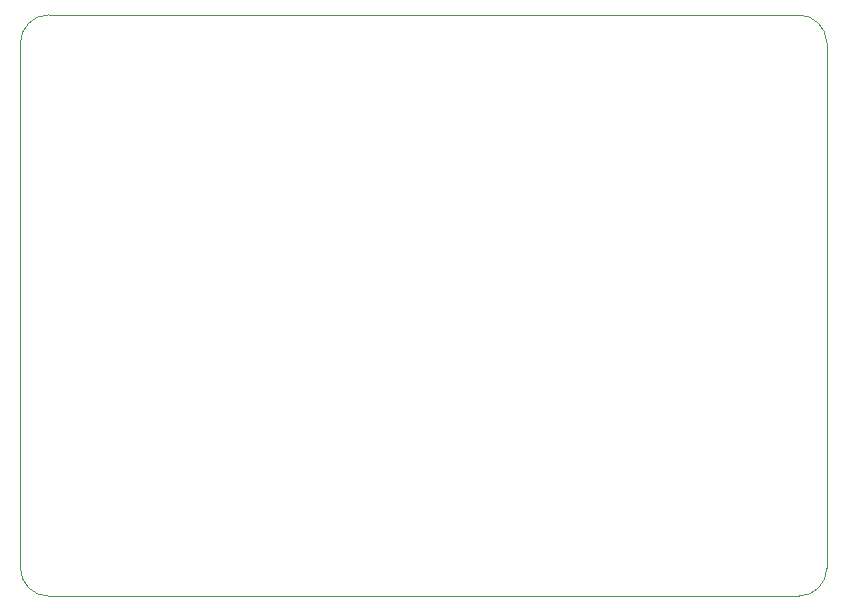
<source format=gm1>
G04 #@! TF.GenerationSoftware,KiCad,Pcbnew,5.1.2-f72e74a~84~ubuntu18.04.1*
G04 #@! TF.CreationDate,2019-06-08T16:30:23+01:00*
G04 #@! TF.ProjectId,macro-kb,6d616372-6f2d-46b6-922e-6b696361645f,rev?*
G04 #@! TF.SameCoordinates,Original*
G04 #@! TF.FileFunction,Profile,NP*
%FSLAX46Y46*%
G04 Gerber Fmt 4.6, Leading zero omitted, Abs format (unit mm)*
G04 Created by KiCad (PCBNEW 5.1.2-f72e74a~84~ubuntu18.04.1) date 2019-06-08 16:30:23*
%MOMM*%
%LPD*%
G04 APERTURE LIST*
%ADD10C,0.050000*%
G04 APERTURE END LIST*
D10*
X99885500Y-77501750D02*
X99885500Y-121951750D01*
X165766750Y-124333000D02*
X102266750Y-124333000D01*
X168148000Y-77501750D02*
X168148000Y-121951750D01*
X102266750Y-75120500D02*
X165766750Y-75120500D01*
X99885500Y-77501750D02*
G75*
G02X102266750Y-75120500I2381250J0D01*
G01*
X102266750Y-124333000D02*
G75*
G02X99885500Y-121951750I0J2381250D01*
G01*
X168148000Y-121951750D02*
G75*
G02X165766750Y-124333000I-2381250J0D01*
G01*
X165766750Y-75120500D02*
G75*
G02X168148000Y-77501750I0J-2381250D01*
G01*
M02*

</source>
